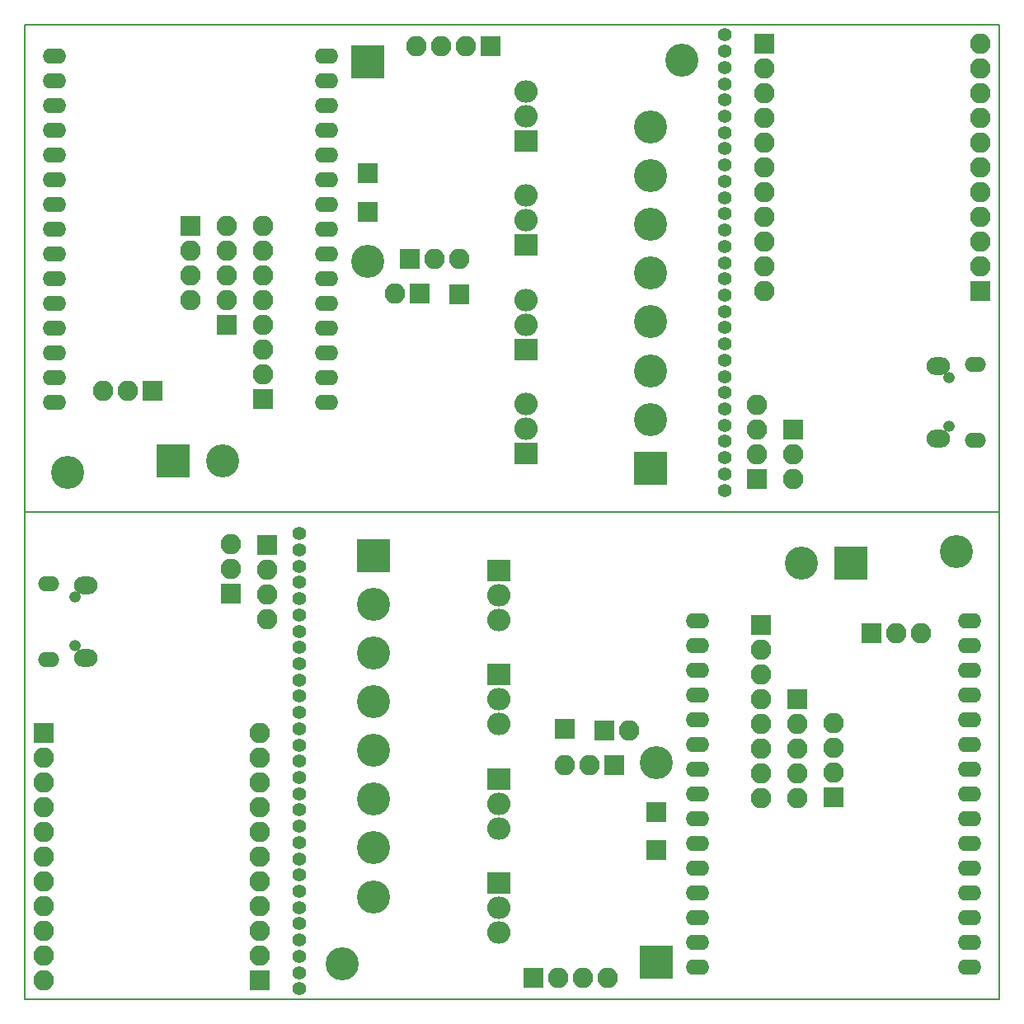
<source format=gbr>
%TF.GenerationSoftware,KiCad,Pcbnew,5.1.6-c6e7f7d~87~ubuntu20.04.1*%
%TF.CreationDate,2020-10-04T13:32:25-03:00*%
%TF.ProjectId,Placa tesis,506c6163-6120-4746-9573-69732e6b6963,rev?*%
%TF.SameCoordinates,Original*%
%TF.FileFunction,Soldermask,Bot*%
%TF.FilePolarity,Negative*%
%FSLAX46Y46*%
G04 Gerber Fmt 4.6, Leading zero omitted, Abs format (unit mm)*
G04 Created by KiCad (PCBNEW 5.1.6-c6e7f7d~87~ubuntu20.04.1) date 2020-10-04 13:32:25*
%MOMM*%
%LPD*%
G01*
G04 APERTURE LIST*
%TA.AperFunction,Profile*%
%ADD10C,0.150000*%
%TD*%
%ADD11C,0.150000*%
%ADD12C,1.400000*%
%ADD13R,3.400000X3.400000*%
%ADD14C,3.400000*%
%ADD15R,2.100000X2.100000*%
%ADD16O,1.200000X1.200000*%
%ADD17O,2.200000X1.550000*%
%ADD18O,2.400000X1.850000*%
%ADD19O,2.100000X2.100000*%
%ADD20O,2.400000X1.600000*%
%ADD21O,2.400000X2.305000*%
%ADD22R,2.400000X2.305000*%
G04 APERTURE END LIST*
D10*
X82804000Y-141408200D02*
X182805200Y-141406200D01*
D11*
X82804000Y-91414600D02*
X182803800Y-91414600D01*
D10*
X82804000Y-91414600D02*
X82804000Y-141408200D01*
X182803800Y-91414600D02*
X182805200Y-141406200D01*
X182803800Y-41395600D02*
X82802600Y-41397600D01*
X82804000Y-91414600D02*
X82802600Y-41397600D01*
X182803800Y-91414600D02*
X182803800Y-41395600D01*
D12*
%TO.C,REF\u002A\u002A*%
X110972600Y-140378874D03*
%TD*%
%TO.C,REF\u002A\u002A*%
X110972600Y-132030244D03*
%TD*%
%TO.C,REF\u002A\u002A*%
X110972600Y-135369696D03*
%TD*%
%TO.C,REF\u002A\u002A*%
X110972600Y-105314628D03*
%TD*%
%TO.C,REF\u002A\u002A*%
X110972600Y-101975176D03*
%TD*%
%TO.C,REF\u002A\u002A*%
X110972600Y-98635724D03*
%TD*%
D13*
%TO.C,BT1*%
X147605200Y-137606200D03*
D14*
X147605200Y-117116200D03*
%TD*%
D12*
%TO.C,REF\u002A\u002A*%
X110972600Y-108654080D03*
%TD*%
%TO.C,REF\u002A\u002A*%
X110972600Y-125351340D03*
%TD*%
%TO.C,REF\u002A\u002A*%
X110972600Y-113663258D03*
%TD*%
%TO.C,REF\u002A\u002A*%
X110972600Y-115332984D03*
%TD*%
%TO.C,REF\u002A\u002A*%
X110972600Y-128690792D03*
%TD*%
%TO.C,REF\u002A\u002A*%
X110972600Y-110323806D03*
%TD*%
%TO.C,REF\u002A\u002A*%
X110972600Y-120342162D03*
%TD*%
%TO.C,REF\u002A\u002A*%
X110972600Y-96965998D03*
%TD*%
%TO.C,REF\u002A\u002A*%
X110972600Y-138709148D03*
%TD*%
%TO.C,REF\u002A\u002A*%
X110972600Y-127021066D03*
%TD*%
D15*
%TO.C,J12*%
X147624800Y-122250200D03*
%TD*%
D16*
%TO.C,J11*%
X87947400Y-105166800D03*
X87947400Y-100166800D03*
D17*
X85197400Y-106541800D03*
X85197400Y-98791800D03*
D18*
X88997400Y-106391800D03*
X88997400Y-98941800D03*
%TD*%
D12*
%TO.C,REF\u002A\u002A*%
X110972600Y-100305450D03*
%TD*%
D19*
%TO.C,J2*%
X107670600Y-102387400D03*
X107670600Y-99847400D03*
X107670600Y-97307400D03*
D15*
X107670600Y-94767400D03*
%TD*%
D19*
%TO.C,J9*%
X103936800Y-94742000D03*
X103936800Y-97282000D03*
D15*
X103936800Y-99822000D03*
%TD*%
D12*
%TO.C,REF\u002A\u002A*%
X110972600Y-95296272D03*
%TD*%
D15*
%TO.C,J10*%
X147624800Y-126161800D03*
%TD*%
D12*
%TO.C,REF\u002A\u002A*%
X110972600Y-123681614D03*
%TD*%
%TO.C,REF\u002A\u002A*%
X110972600Y-133699970D03*
%TD*%
%TO.C,REF\u002A\u002A*%
X110972600Y-130360518D03*
%TD*%
%TO.C,REF\u002A\u002A*%
X110972600Y-118672436D03*
%TD*%
%TO.C,REF\u002A\u002A*%
X110972600Y-122011888D03*
%TD*%
%TO.C,REF\u002A\u002A*%
X110972600Y-111993532D03*
%TD*%
%TO.C,REF\u002A\u002A*%
X110972600Y-117002710D03*
%TD*%
%TO.C,REF\u002A\u002A*%
X110972600Y-137039422D03*
%TD*%
%TO.C,REF\u002A\u002A*%
X110972600Y-93626546D03*
%TD*%
%TO.C,REF\u002A\u002A*%
X110972600Y-106984354D03*
%TD*%
%TO.C,REF\u002A\u002A*%
X110972600Y-103644902D03*
%TD*%
D20*
%TO.C,U2*%
X151861200Y-138176000D03*
X179761200Y-138176000D03*
X151861200Y-135636000D03*
X179761200Y-135636000D03*
X151861200Y-133096000D03*
X179761200Y-133096000D03*
X151861200Y-130556000D03*
X179761200Y-130556000D03*
X151861200Y-128016000D03*
X179761200Y-128016000D03*
X151861200Y-125476000D03*
X179761200Y-125476000D03*
X151861200Y-122936000D03*
X179761200Y-122936000D03*
X151861200Y-120396000D03*
X179761200Y-120396000D03*
X151861200Y-117856000D03*
X179761200Y-117856000D03*
X151861200Y-115316000D03*
X179761200Y-115316000D03*
X151861200Y-112776000D03*
X179761200Y-112776000D03*
X151861200Y-110236000D03*
X179761200Y-110236000D03*
X151861200Y-107696000D03*
X179761200Y-107696000D03*
X151861200Y-105156000D03*
X179761200Y-105156000D03*
X151861200Y-102616000D03*
X179761200Y-102616000D03*
%TD*%
D15*
%TO.C,TH1*%
X142316200Y-113868200D03*
D19*
X144856200Y-113868200D03*
%TD*%
D21*
%TO.C,Q4*%
X131405200Y-102486200D03*
X131405200Y-99946200D03*
D22*
X131405200Y-97406200D03*
%TD*%
D15*
%TO.C,J1*%
X169690200Y-103824200D03*
D19*
X172230200Y-103824200D03*
X174770200Y-103824200D03*
%TD*%
D14*
%TO.C,REF\u002A\u002A*%
X178460400Y-95478600D03*
%TD*%
%TO.C,J3*%
X162483800Y-96621600D03*
D13*
X167563800Y-96621600D03*
%TD*%
D22*
%TO.C,Q1*%
X131405200Y-129506200D03*
D21*
X131405200Y-132046200D03*
X131405200Y-134586200D03*
%TD*%
D19*
%TO.C,J13*%
X162105200Y-120786200D03*
X162105200Y-118246200D03*
X162105200Y-115706200D03*
X162105200Y-113166200D03*
D15*
X162105200Y-110626200D03*
%TD*%
D19*
%TO.C,J15*%
X165805200Y-113126200D03*
X165805200Y-115666200D03*
X165805200Y-118206200D03*
D15*
X165805200Y-120746200D03*
%TD*%
D21*
%TO.C,Q2*%
X131405200Y-123886200D03*
X131405200Y-121346200D03*
D22*
X131405200Y-118806200D03*
%TD*%
D21*
%TO.C,Q3*%
X131405200Y-113186200D03*
X131405200Y-110646200D03*
D22*
X131405200Y-108106200D03*
%TD*%
D19*
%TO.C,J4*%
X138205200Y-117406200D03*
X140745200Y-117406200D03*
D15*
X143285200Y-117406200D03*
%TD*%
%TO.C,J8*%
X84708400Y-114067400D03*
D19*
X84708400Y-116607400D03*
X84708400Y-119147400D03*
X84708400Y-121687400D03*
X84708400Y-124227400D03*
X84708400Y-126767400D03*
X84708400Y-129307400D03*
X84708400Y-131847400D03*
X84708400Y-134387400D03*
X84708400Y-136927400D03*
X84708400Y-139467400D03*
%TD*%
%TO.C,J7*%
X106908400Y-114067400D03*
X106908400Y-116607400D03*
X106908400Y-119147400D03*
X106908400Y-121687400D03*
X106908400Y-124227400D03*
X106908400Y-126767400D03*
X106908400Y-129307400D03*
X106908400Y-131847400D03*
X106908400Y-134387400D03*
X106908400Y-136927400D03*
D15*
X106908400Y-139467400D03*
%TD*%
D14*
%TO.C,J6*%
X118567200Y-130910400D03*
X118567200Y-125910400D03*
X118567200Y-120910400D03*
X118567200Y-115910400D03*
X118567200Y-110910400D03*
X118567200Y-105910400D03*
X118567200Y-100910400D03*
D13*
X118567200Y-95910400D03*
%TD*%
D14*
%TO.C,REF\u002A\u002A*%
X115392200Y-137795000D03*
%TD*%
D19*
%TO.C,J14*%
X158405200Y-120786200D03*
X158405200Y-118246200D03*
X158405200Y-115706200D03*
X158405200Y-113166200D03*
X158405200Y-110626200D03*
X158405200Y-108086200D03*
X158405200Y-105546200D03*
D15*
X158405200Y-103006200D03*
%TD*%
%TO.C,OutP*%
X138205200Y-113706200D03*
%TD*%
D19*
%TO.C,J5*%
X142646400Y-139217400D03*
X140106400Y-139217400D03*
X137566400Y-139217400D03*
D15*
X135026400Y-139217400D03*
%TD*%
D14*
%TO.C,BT1*%
X118002600Y-65687600D03*
D13*
X118002600Y-45197600D03*
%TD*%
D20*
%TO.C,U2*%
X85846600Y-80187800D03*
X113746600Y-80187800D03*
X85846600Y-77647800D03*
X113746600Y-77647800D03*
X85846600Y-75107800D03*
X113746600Y-75107800D03*
X85846600Y-72567800D03*
X113746600Y-72567800D03*
X85846600Y-70027800D03*
X113746600Y-70027800D03*
X85846600Y-67487800D03*
X113746600Y-67487800D03*
X85846600Y-64947800D03*
X113746600Y-64947800D03*
X85846600Y-62407800D03*
X113746600Y-62407800D03*
X85846600Y-59867800D03*
X113746600Y-59867800D03*
X85846600Y-57327800D03*
X113746600Y-57327800D03*
X85846600Y-54787800D03*
X113746600Y-54787800D03*
X85846600Y-52247800D03*
X113746600Y-52247800D03*
X85846600Y-49707800D03*
X113746600Y-49707800D03*
X85846600Y-47167800D03*
X113746600Y-47167800D03*
X85846600Y-44627800D03*
X113746600Y-44627800D03*
%TD*%
D15*
%TO.C,J5*%
X130581400Y-43586400D03*
D19*
X128041400Y-43586400D03*
X125501400Y-43586400D03*
X122961400Y-43586400D03*
%TD*%
D12*
%TO.C,REF\u002A\u002A*%
X154635200Y-89177254D03*
%TD*%
%TO.C,REF\u002A\u002A*%
X154635200Y-87507528D03*
%TD*%
%TO.C,REF\u002A\u002A*%
X154635200Y-85837802D03*
%TD*%
%TO.C,REF\u002A\u002A*%
X154635200Y-84168076D03*
%TD*%
%TO.C,REF\u002A\u002A*%
X154635200Y-82498350D03*
%TD*%
%TO.C,REF\u002A\u002A*%
X154635200Y-80828624D03*
%TD*%
%TO.C,REF\u002A\u002A*%
X154635200Y-79158898D03*
%TD*%
%TO.C,REF\u002A\u002A*%
X154635200Y-77489172D03*
%TD*%
%TO.C,REF\u002A\u002A*%
X154635200Y-75819446D03*
%TD*%
%TO.C,REF\u002A\u002A*%
X154635200Y-74149720D03*
%TD*%
%TO.C,REF\u002A\u002A*%
X154635200Y-72479994D03*
%TD*%
%TO.C,REF\u002A\u002A*%
X154635200Y-70810268D03*
%TD*%
%TO.C,REF\u002A\u002A*%
X154635200Y-69140542D03*
%TD*%
%TO.C,REF\u002A\u002A*%
X154635200Y-65801090D03*
%TD*%
%TO.C,REF\u002A\u002A*%
X154635200Y-67470816D03*
%TD*%
%TO.C,REF\u002A\u002A*%
X154635200Y-64131364D03*
%TD*%
%TO.C,REF\u002A\u002A*%
X154635200Y-62461638D03*
%TD*%
%TO.C,REF\u002A\u002A*%
X154635200Y-60791912D03*
%TD*%
%TO.C,REF\u002A\u002A*%
X154635200Y-59122186D03*
%TD*%
%TO.C,REF\u002A\u002A*%
X154635200Y-57452460D03*
%TD*%
%TO.C,REF\u002A\u002A*%
X154635200Y-55782734D03*
%TD*%
%TO.C,REF\u002A\u002A*%
X154635200Y-54113008D03*
%TD*%
%TO.C,REF\u002A\u002A*%
X154635200Y-52443282D03*
%TD*%
%TO.C,REF\u002A\u002A*%
X154635200Y-50773556D03*
%TD*%
%TO.C,REF\u002A\u002A*%
X154635200Y-49103830D03*
%TD*%
%TO.C,REF\u002A\u002A*%
X154635200Y-47434104D03*
%TD*%
%TO.C,REF\u002A\u002A*%
X154635200Y-45764378D03*
%TD*%
%TO.C,REF\u002A\u002A*%
X154635200Y-44094652D03*
%TD*%
%TO.C,REF\u002A\u002A*%
X154635200Y-42424926D03*
%TD*%
D15*
%TO.C,J9*%
X161671000Y-82981800D03*
D19*
X161671000Y-85521800D03*
X161671000Y-88061800D03*
%TD*%
D15*
%TO.C,J4*%
X122322600Y-65397600D03*
D19*
X124862600Y-65397600D03*
X127402600Y-65397600D03*
%TD*%
D14*
%TO.C,REF\u002A\u002A*%
X150215600Y-45008800D03*
%TD*%
D15*
%TO.C,J13*%
X103502600Y-72177600D03*
D19*
X103502600Y-69637600D03*
X103502600Y-67097600D03*
X103502600Y-64557600D03*
X103502600Y-62017600D03*
%TD*%
D15*
%TO.C,J14*%
X107202600Y-79797600D03*
D19*
X107202600Y-77257600D03*
X107202600Y-74717600D03*
X107202600Y-72177600D03*
X107202600Y-69637600D03*
X107202600Y-67097600D03*
X107202600Y-64557600D03*
X107202600Y-62017600D03*
%TD*%
D15*
%TO.C,J15*%
X99802600Y-62057600D03*
D19*
X99802600Y-64597600D03*
X99802600Y-67137600D03*
X99802600Y-69677600D03*
%TD*%
%TO.C,TH1*%
X120751600Y-68935600D03*
D15*
X123291600Y-68935600D03*
%TD*%
D19*
%TO.C,J1*%
X90837600Y-78979600D03*
X93377600Y-78979600D03*
D15*
X95917600Y-78979600D03*
%TD*%
D14*
%TO.C,REF\u002A\u002A*%
X87147400Y-87325200D03*
%TD*%
D15*
%TO.C,OutP*%
X127402600Y-69097600D03*
%TD*%
D13*
%TO.C,J6*%
X147040600Y-86893400D03*
D14*
X147040600Y-81893400D03*
X147040600Y-76893400D03*
X147040600Y-71893400D03*
X147040600Y-66893400D03*
X147040600Y-61893400D03*
X147040600Y-56893400D03*
X147040600Y-51893400D03*
%TD*%
D22*
%TO.C,Q4*%
X134202600Y-85397600D03*
D21*
X134202600Y-82857600D03*
X134202600Y-80317600D03*
%TD*%
%TO.C,Q1*%
X134202600Y-48217600D03*
X134202600Y-50757600D03*
D22*
X134202600Y-53297600D03*
%TD*%
%TO.C,Q2*%
X134202600Y-63997600D03*
D21*
X134202600Y-61457600D03*
X134202600Y-58917600D03*
%TD*%
D22*
%TO.C,Q3*%
X134202600Y-74697600D03*
D21*
X134202600Y-72157600D03*
X134202600Y-69617600D03*
%TD*%
D13*
%TO.C,J3*%
X98044000Y-86182200D03*
D14*
X103124000Y-86182200D03*
%TD*%
D15*
%TO.C,J7*%
X158699400Y-43336400D03*
D19*
X158699400Y-45876400D03*
X158699400Y-48416400D03*
X158699400Y-50956400D03*
X158699400Y-53496400D03*
X158699400Y-56036400D03*
X158699400Y-58576400D03*
X158699400Y-61116400D03*
X158699400Y-63656400D03*
X158699400Y-66196400D03*
X158699400Y-68736400D03*
%TD*%
%TO.C,J8*%
X180899400Y-43336400D03*
X180899400Y-45876400D03*
X180899400Y-48416400D03*
X180899400Y-50956400D03*
X180899400Y-53496400D03*
X180899400Y-56036400D03*
X180899400Y-58576400D03*
X180899400Y-61116400D03*
X180899400Y-63656400D03*
X180899400Y-66196400D03*
D15*
X180899400Y-68736400D03*
%TD*%
%TO.C,J2*%
X157937200Y-88036400D03*
D19*
X157937200Y-85496400D03*
X157937200Y-82956400D03*
X157937200Y-80416400D03*
%TD*%
D18*
%TO.C,J11*%
X176610400Y-83862000D03*
X176610400Y-76412000D03*
D17*
X180410400Y-84012000D03*
X180410400Y-76262000D03*
D16*
X177660400Y-82637000D03*
X177660400Y-77637000D03*
%TD*%
D15*
%TO.C,J10*%
X117983000Y-56642000D03*
%TD*%
%TO.C,J12*%
X117983000Y-60553600D03*
%TD*%
M02*

</source>
